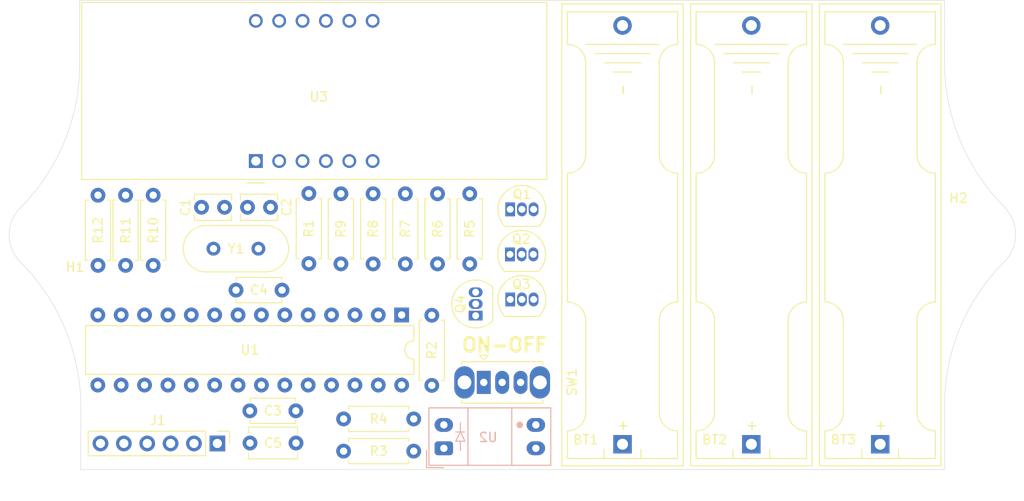
<source format=kicad_pcb>
(kicad_pcb (version 20240108) (generator "pcbnew") (generator_version "8.0")
  (layers (0 "F.Cu" signal) (31 "B.Cu" signal) (34 "B.Paste" user) (35 "F.Paste" user) (36 "B.SilkS" user "B.Silkscreen") (37 "F.SilkS" user "F.Silkscreen") (38 "B.Mask" user) (39 "F.Mask" user) (44 "Edge.Cuts" user))
  (net 0 "")
  (net 1 "GND")
  (net 2 "/XTALO")
  (net 3 "/XTALI")
  (net 4 "+5V")
  (net 5 "/RST")
  (net 6 "/MOSI")
  (net 7 "/SCK")
  (net 8 "/MISO")
  (net 9 "/DG4")
  (net 10 "/CC4")
  (net 11 "/DG3")
  (net 12 "/CC3")
  (net 13 "/DG2")
  (net 14 "/CC2")
  (net 15 "/CC1")
  (net 16 "/DG1")
  (net 17 "Net-(R3-Pad2)")
  (net 18 "/DET")
  (net 19 "Net-(U3-a)")
  (net 20 "/A")
  (net 21 "Net-(U3-b)")
  (net 22 "/B")
  (net 23 "Net-(U3-c)")
  (net 24 "/C")
  (net 25 "Net-(U3-d)")
  (net 26 "/D")
  (net 27 "/E")
  (net 28 "Net-(U3-e)")
  (net 29 "/F")
  (net 30 "Net-(U3-f)")
  (net 31 "/G")
  (net 32 "Net-(U3-g)")
  (net 33 "Net-(U3-DPX)")
  (net 34 "/DP")
  (net 35 "Net-(BT1-+)")
  (net 42 "Net-(BT2--)")
  (net 43 "Net-(BT1--)")
  (footprint "Resistor_THT:R_Axial_DIN0207_L6.3mm_D2.5mm_P7.62mm_Horizontal" (layer "F.Cu") (at 68.913006 63.122276 90)
    (property "Reference" "R1" (at 3.81 0 90) (layer "F.SilkS"))
    (property "Value" "1M")
    (fp_line (start 7.08 -1.37) (end 7.08 -1.04) (stroke (width 0.12)) (layer "F.SilkS"))
    (fp_line (start 0.54 -1.37) (end 7.08 -1.37) (stroke (width 0.12)) (layer "F.SilkS"))
    (fp_line (start 0.54 -1.04) (end 0.54 -1.37) (stroke (width 0.12)) (layer "F.SilkS"))
    (fp_line (start 0.54 1.04) (end 0.54 1.37) (stroke (width 0.12)) (layer "F.SilkS"))
    (fp_line (start 7.08 1.37) (end 7.08 1.04) (stroke (width 0.12)) (layer "F.SilkS"))
    (fp_line (start 0.54 1.37) (end 7.08 1.37) (stroke (width 0.12)) (layer "F.SilkS"))
    (pad "1" thru_hole circle (at 0 0 90) (size 1.6 1.6) (drill 0.8) (layers "*.Cu" "*.Mask") (net 3 "/XTALI"))
    (pad "2" thru_hole oval (at 7.62 0 90) (size 1.6 1.6) (drill 0.8) (layers "*.Cu" "*.Mask") (net 2 "/XTALO"))
  )
  (footprint "MountingHole:MountingHole_3.2mm_M3" (layer "F.Cu") (at 40.5 60)
    (property "Reference" "H1" (at 3 3.5 0) (layer "F.SilkS"))
    (property "Value" "MountingHole")
    (pad "" np_thru_hole circle (at 0 0) (size 3.2 3.2) (drill 3.2) (layers "*.Cu" "*.Mask"))
  )
  (footprint "Display_7Segment:CA56-12EWA" (layer "F.Cu") (at 63.15 51.9775 90)
    (property "Reference" "U3" (at 6.9775 6.85 180) (layer "F.SilkS"))
    (property "Value" "CC56-12EWA")
    (fp_line (start -2 -18.92) (end 17.24 -18.92) (stroke (width 0.12)) (layer "F.SilkS"))
    (fp_line (start -2 -18.92) (end -2 31.62) (stroke (width 0.12)) (layer "F.SilkS"))
    (fp_line (start -2.38 -1) (end -2.38 1) (stroke (width 0.12)) (layer "F.SilkS"))
    (fp_line (start 17.239999 31.62) (end 17.24 -18.92) (stroke (width 0.12)) (layer "F.SilkS"))
    (fp_line (start -2 31.62) (end 17.239999 31.62) (stroke (width 0.12)) (layer "F.SilkS"))
    (pad "1" thru_hole rect (at 0 0 90) (size 1.5 1.5) (drill 1) (layers "*.Cu" "*.Mask") (net 28 "Net-(U3-e)"))
    (pad "2" thru_hole circle (at 0 2.54 90) (size 1.5 1.5) (drill 1) (layers "*.Cu" "*.Mask") (net 25 "Net-(U3-d)"))
    (pad "3" thru_hole circle (at 0 5.079999 90) (size 1.5 1.5) (drill 1) (layers "*.Cu" "*.Mask") (net 33 "Net-(U3-DPX)"))
    (pad "4" thru_hole circle (at 0 7.62 90) (size 1.5 1.5) (drill 1) (layers "*.Cu" "*.Mask") (net 23 "Net-(U3-c)"))
    (pad "5" thru_hole circle (at 0 10.16 90) (size 1.5 1.5) (drill 1) (layers "*.Cu" "*.Mask") (net 32 "Net-(U3-g)"))
    (pad "6" thru_hole circle (at 0 12.7 90) (size 1.5 1.5) (drill 1) (layers "*.Cu" "*.Mask") (net 10 "/CC4"))
    (pad "7" thru_hole circle (at 15.24 12.7 90) (size 1.5 1.5) (drill 1) (layers "*.Cu" "*.Mask") (net 21 "Net-(U3-b)"))
    (pad "8" thru_hole circle (at 15.24 10.16 90) (size 1.5 1.5) (drill 1) (layers "*.Cu" "*.Mask") (net 12 "/CC3"))
    (pad "9" thru_hole circle (at 15.24 7.62 90) (size 1.5 1.5) (drill 1) (layers "*.Cu" "*.Mask") (net 14 "/CC2"))
    (pad "10" thru_hole circle (at 15.24 5.08 90) (size 1.5 1.5) (drill 1) (layers "*.Cu" "*.Mask") (net 30 "Net-(U3-f)"))
    (pad "11" thru_hole circle (at 15.24 2.54 90) (size 1.5 1.5) (drill 1) (layers "*.Cu" "*.Mask") (net 19 "Net-(U3-a)"))
    (pad "12" thru_hole circle (at 15.24 0 90) (size 1.5 1.5) (drill 1) (layers "*.Cu" "*.Mask") (net 15 "/CC1"))
  )
  (footprint "Package_DIP:DIP-28_W7.62mm" (layer "F.Cu") (at 79 68.7 -90)
    (property "Reference" "U1" (at 3.8 16.5 360) (layer "F.SilkS"))
    (property "Value" "ATmega328P-P")
    (fp_line (start 1.16 34.35) (end 6.46 34.35) (stroke (width 0.12)) (layer "F.SilkS"))
    (fp_line (start 6.46 34.35) (end 6.46 -1.33) (stroke (width 0.12)) (layer "F.SilkS"))
    (fp_line (start 1.16 -1.33) (end 1.16 34.35) (stroke (width 0.12)) (layer "F.SilkS"))
    (fp_line (start 2.81 -1.33) (end 1.16 -1.33) (stroke (width 0.12)) (layer "F.SilkS"))
    (fp_line (start 6.46 -1.33) (end 4.810001 -1.33) (stroke (width 0.12)) (layer "F.SilkS"))
    (fp_arc (start 4.810001 -1.33) (mid 3.81 -0.329999) (end 2.81 -1.33) (stroke (width 0.12)) (layer "F.SilkS"))
    (pad "1" thru_hole rect (at 0 0 270) (size 1.6 1.6) (drill 0.8) (layers "*.Cu" "*.Mask") (net 5 "/RST"))
    (pad "2" thru_hole oval (at 0 2.54 270) (size 1.6 1.6) (drill 0.8) (layers "*.Cu" "*.Mask") (net 20 "/A"))
    (pad "3" thru_hole oval (at 0 5.079999 270) (size 1.6 1.6) (drill 0.8) (layers "*.Cu" "*.Mask") (net 22 "/B"))
    (pad "4" thru_hole oval (at 0 7.62 270) (size 1.6 1.6) (drill 0.8) (layers "*.Cu" "*.Mask") (net 24 "/C"))
    (pad "5" thru_hole oval (at 0 10.16 270) (size 1.6 1.6) (drill 0.8) (layers "*.Cu" "*.Mask") (net 26 "/D"))
    (pad "6" thru_hole oval (at 0 12.7 270) (size 1.6 1.6) (drill 0.8) (layers "*.Cu" "*.Mask") (net 27 "/E"))
    (pad "7" thru_hole oval (at 0 15.24 270) (size 1.6 1.6) (drill 0.8) (layers "*.Cu" "*.Mask") (net 4 "+5V"))
    (pad "8" thru_hole oval (at 0 17.780001 270) (size 1.6 1.6) (drill 0.8) (layers "*.Cu" "*.Mask") (net 1 "GND"))
    (pad "9" thru_hole oval (at 0 20.32 270) (size 1.6 1.6) (drill 0.8) (layers "*.Cu" "*.Mask") (net 3 "/XTALI"))
    (pad "10" thru_hole oval (at 0 22.86 270) (size 1.6 1.6) (drill 0.8) (layers "*.Cu" "*.Mask") (net 2 "/XTALO"))
    (pad "11" thru_hole oval (at 0 25.4 270) (size 1.6 1.6) (drill 0.8) (layers "*.Cu" "*.Mask") (net 29 "/F"))
    (pad "12" thru_hole oval (at 0 27.939999 270) (size 1.6 1.6) (drill 0.8) (layers "*.Cu" "*.Mask") (net 31 "/G"))
    (pad "13" thru_hole oval (at 0 30.48 270) (size 1.6 1.6) (drill 0.8) (layers "*.Cu" "*.Mask") (net 34 "/DP"))
    (pad "14" thru_hole oval (at 0 33.02 270) (size 1.6 1.6) (drill 0.8) (layers "*.Cu" "*.Mask") (net 18 "/DET"))
    (pad "15" thru_hole oval (at 7.62 33.02 270) (size 1.6 1.6) (drill 0.8) (layers "*.Cu" "*.Mask"))
    (pad "16" thru_hole oval (at 7.62 30.48 270) (size 1.6 1.6) (drill 0.8) (layers "*.Cu" "*.Mask"))
    (pad "17" thru_hole oval (at 7.62 27.94 270) (size 1.6 1.6) (drill 0.8) (layers "*.Cu" "*.Mask") (net 6 "/MOSI"))
    (pad "18" thru_hole oval (at 7.62 25.4 270) (size 1.6 1.6) (drill 0.8) (layers "*.Cu" "*.Mask") (net 8 "/MISO"))
    (pad "19" thru_hole oval (at 7.62 22.86 270) (size 1.6 1.6) (drill 0.8) (layers "*.Cu" "*.Mask") (net 7 "/SCK"))
    (pad "20" thru_hole oval (at 7.62 20.32 270) (size 1.6 1.6) (drill 0.8) (layers "*.Cu" "*.Mask") (net 4 "+5V"))
    (pad "21" thru_hole oval (at 7.62 17.78 270) (size 1.6 1.6) (drill 0.8) (layers "*.Cu" "*.Mask"))
    (pad "22" thru_hole oval (at 7.62 15.24 270) (size 1.6 1.6) (drill 0.8) (layers "*.Cu" "*.Mask") (net 1 "GND"))
    (pad "23" thru_hole oval (at 7.62 12.7 270) (size 1.6 1.6) (drill 0.8) (layers "*.Cu" "*.Mask") (net 16 "/DG1"))
    (pad "24" thru_hole oval (at 7.62 10.16 270) (size 1.6 1.6) (drill 0.8) (layers "*.Cu" "*.Mask") (net 13 "/DG2"))
    (pad "25" thru_hole oval (at 7.62 7.62 270) (size 1.6 1.6) (drill 0.8) (layers "*.Cu" "*.Mask") (net 11 "/DG3"))
    (pad "26" thru_hole oval (at 7.62 5.08 270) (size 1.6 1.6) (drill 0.8) (layers "*.Cu" "*.Mask") (net 9 "/DG4"))
    (pad "27" thru_hole oval (at 7.62 2.54 270) (size 1.6 1.6) (drill 0.8) (layers "*.Cu" "*.Mask"))
    (pad "28" thru_hole oval (at 7.62 0 270) (size 1.6 1.6) (drill 0.8) (layers "*.Cu" "*.Mask"))
  )
  (footprint "Capacitor_THT:C_Disc_D5.1mm_W3.2mm_P5.00mm" (layer "F.Cu") (at 62.517849 82.618966)
    (property "Reference" "C5" (at 2.5 0 360) (layer "F.SilkS"))
    (property "Value" "10u")
    (fp_line (start -0.17 -1.721) (end -0.17 -1.055) (stroke (width 0.12)) (layer "F.SilkS"))
    (fp_line (start -0.17 -1.721) (end 5.17 -1.721) (stroke (width 0.12)) (layer "F.SilkS"))
    (fp_line (start -0.17 1.055) (end -0.17 1.721) (stroke (width 0.12)) (layer "F.SilkS"))
    (fp_line (start -0.17 1.721) (end 5.17 1.721) (stroke (width 0.12)) (layer "F.SilkS"))
    (fp_line (start 5.17 -1.721) (end 5.17 -1.055) (stroke (width 0.12)) (layer "F.SilkS"))
    (fp_line (start 5.17 1.055) (end 5.17 1.721) (stroke (width 0.12)) (layer "F.SilkS"))
    (pad "1" thru_hole circle (at 0 0) (size 1.6 1.6) (drill 0.8) (layers "*.Cu" "*.Mask") (net 4 "+5V"))
    (pad "2" thru_hole circle (at 5 0) (size 1.6 1.6) (drill 0.8) (layers "*.Cu" "*.Mask") (net 1 "GND"))
  )
  (footprint "Capacitor_THT:C_Disc_D3.8mm_W2.6mm_P2.50mm" (layer "F.Cu") (at 62.250001 57)
    (property "Reference" "C2" (at 4.249999 0 90) (layer "F.SilkS"))
    (property "Value" "33p")
    (fp_line (start -0.77 -1.42) (end -0.77 -0.795) (stroke (width 0.12)) (layer "F.SilkS"))
    (fp_line (start -0.77 -1.42) (end 3.27 -1.42) (stroke (width 0.12)) (layer "F.SilkS"))
    (fp_line (start -0.77 0.795) (end -0.77 1.42) (stroke (width 0.12)) (layer "F.SilkS"))
    (fp_line (start -0.77 1.42) (end 3.27 1.42) (stroke (width 0.12)) (layer "F.SilkS"))
    (fp_line (start 3.27 -1.42) (end 3.27 -0.795) (stroke (width 0.12)) (layer "F.SilkS"))
    (fp_line (start 3.27 0.795) (end 3.27 1.42) (stroke (width 0.12)) (layer "F.SilkS"))
    (pad "1" thru_hole circle (at 0 0) (size 1.6 1.6) (drill 0.8) (layers "*.Cu" "*.Mask") (net 1 "GND"))
    (pad "2" thru_hole circle (at 2.5 0) (size 1.6 1.6) (drill 0.8) (layers "*.Cu" "*.Mask") (net 3 "/XTALI"))
  )
  (footprint "Resistor_THT:R_Axial_DIN0207_L6.3mm_D2.5mm_P7.62mm_Horizontal" (layer "F.Cu") (at 82.274809 76.355304 90)
    (property "Reference" "R2" (at 3.81 0 90) (layer "F.SilkS"))
    (property "Value" "10k")
    (fp_line (start 7.08 -1.37) (end 7.08 -1.04) (stroke (width 0.12)) (layer "F.SilkS"))
    (fp_line (start 0.54 -1.37) (end 7.08 -1.37) (stroke (width 0.12)) (layer "F.SilkS"))
    (fp_line (start 0.54 -1.04) (end 0.54 -1.37) (stroke (width 0.12)) (layer "F.SilkS"))
    (fp_line (start 0.54 1.04) (end 0.54 1.37) (stroke (width 0.12)) (layer "F.SilkS"))
    (fp_line (start 7.08 1.37) (end 7.08 1.04) (stroke (width 0.12)) (layer "F.SilkS"))
    (fp_line (start 0.54 1.37) (end 7.08 1.37) (stroke (width 0.12)) (layer "F.SilkS"))
    (pad "1" thru_hole circle (at 0 0 90) (size 1.6 1.6) (drill 0.8) (layers "*.Cu" "*.Mask") (net 4 "+5V"))
    (pad "2" thru_hole oval (at 7.62 0 90) (size 1.6 1.6) (drill 0.8) (layers "*.Cu" "*.Mask") (net 5 "/RST"))
  )
  (footprint "User_Footprints:BH-AAA-A1AJ001" (layer "F.Cu") (at 117 82.25 90)
    (property "Reference" "BT2" (at 0.000001 -4 0) (layer "F.SilkS"))
    (property "Value" "Battery_Cell")
    (fp_line (start 47.35 -6.6) (end -2.85 -6.6) (stroke (width 0.12)) (layer "F.SilkS"))
    (fp_line (start -2.85 -6.6) (end -2.85 6.6) (stroke (width 0.12)) (layer "F.SilkS"))
    (fp_line (start 46.5 -6) (end 42.95 -6) (stroke (width 0.12)) (layer "F.SilkS"))
    (fp_line (start 46.5 -6) (end 46.5 6) (stroke (width 0.12)) (layer "F.SilkS"))
    (fp_line (start 28.95 -6) (end 14.95 -6) (stroke (width 0.12)) (layer "F.SilkS"))
    (fp_line (start -2.05 -6) (end 0.95 -6) (stroke (width 0.12)) (layer "F.SilkS"))
    (fp_line (start -2.05 -6) (end -2.05 6) (stroke (width 0.12)) (layer "F.SilkS"))
    (fp_line (start 42.95 -4) (end 42.95 4) (stroke (width 0.12)) (layer "F.SilkS"))
    (fp_line (start 40.95 -4) (end 30.95 -4) (stroke (width 0.12)) (layer "F.SilkS"))
    (fp_line (start 2.95 -4) (end 12.95 -4) (stroke (width 0.12)) (layer "F.SilkS"))
    (fp_line (start 40.95 -2) (end 40.95 2) (stroke (width 0.12)) (layer "F.SilkS"))
    (fp_line (start -2.049999 -2) (end -1.050001 -2) (stroke (width 0.12)) (layer "F.SilkS"))
    (fp_line (start 39.95 -1) (end 39.95 1) (stroke (width 0.12)) (layer "F.SilkS"))
    (fp_line (start -1.050001 2) (end -2.049999 2) (stroke (width 0.12)) (layer "F.SilkS"))
    (fp_line (start 41.95 3) (end 41.95 -3) (stroke (width 0.12)) (layer "F.SilkS"))
    (fp_line (start 40.95 4) (end 30.95 4) (stroke (width 0.12)) (layer "F.SilkS"))
    (fp_line (start 2.95 4) (end 12.95 4) (stroke (width 0.12)) (layer "F.SilkS"))
    (fp_line (start 46.5 6) (end 42.95 6) (stroke (width 0.12)) (layer "F.SilkS"))
    (fp_line (start 14.95 6) (end 28.95 6) (stroke (width 0.12)) (layer "F.SilkS"))
    (fp_line (start -2.05 6) (end 0.95 6) (stroke (width 0.12)) (layer "F.SilkS"))
    (fp_line (start 47.35 6.6) (end 47.35 -6.6) (stroke (width 0.12)) (layer "F.SilkS"))
    (fp_line (start -2.85 6.6) (end 47.35 6.6) (stroke (width 0.12)) (layer "F.SilkS"))
    (fp_arc (start 42.95 -6) (mid 42.364214 -4.585786) (end 40.95 -4) (stroke (width 0.12)) (layer "F.SilkS"))
    (fp_arc (start 14.95 -6) (mid 14.364214 -4.585786) (end 12.95 -4) (stroke (width 0.12)) (layer "F.SilkS"))
    (fp_arc (start 30.95 -4) (mid 29.535786 -4.585786) (end 28.95 -6) (stroke (width 0.12)) (layer "F.SilkS"))
    (fp_arc (start 2.95 -4) (mid 1.535786 -4.585786) (end 0.95 -6) (stroke (width 0.12)) (layer "F.SilkS"))
    (fp_arc (start 40.95 4) (mid 42.364214 4.585786) (end 42.95 6) (stroke (width 0.12)) (layer "F.SilkS"))
    (fp_arc (start 12.95 4) (mid 14.364214 4.585786) (end 14.95 6) (stroke (width 0.12)) (layer "F.SilkS"))
    (fp_arc (start 28.95 6) (mid 29.535786 4.585786) (end 30.95 4) (stroke (width 0.12)) (layer "F.SilkS"))
    (fp_arc (start 0.95 6) (mid 1.535786 4.585786) (end 2.95 4) (stroke (width 0.12)) (layer "F.SilkS"))
    (fp_text user "+" (at 1.500001 0 90) (layer "F.SilkS"))
    (fp_text user "-" (at 38 0 90) (layer "F.SilkS"))
    (pad "1" thru_hole rect (at -0.499999 0 90) (size 2 2) (drill 1.2) (layers "*.Cu" "*.Mask") (net 43 "Net-(BT1--)"))
    (pad "2" thru_hole circle (at 45 0 90) (size 2 2) (drill 1.2) (layers "*.Cu" "*.Mask") (net 42 "Net-(BT2--)"))
  )
  (footprint "Resistor_THT:R_Axial_DIN0207_L6.3mm_D2.5mm_P7.62mm_Horizontal" (layer "F.Cu") (at 86.398274 63.150524 90)
    (property "Reference" "R5" (at 3.81 0 -90) (layer "F.SilkS"))
    (property "Value" "220")
    (fp_line (start 7.08 -1.37) (end 7.08 -1.04) (stroke (width 0.12)) (layer "F.SilkS"))
    (fp_line (start 0.54 -1.37) (end 7.08 -1.37) (stroke (width 0.12)) (layer "F.SilkS"))
    (fp_line (start 0.54 -1.04) (end 0.54 -1.37) (stroke (width 0.12)) (layer "F.SilkS"))
    (fp_line (start 0.54 1.04) (end 0.54 1.37) (stroke (width 0.12)) (layer "F.SilkS"))
    (fp_line (start 7.08 1.37) (end 7.08 1.04) (stroke (width 0.12)) (layer "F.SilkS"))
    (fp_line (start 0.54 1.37) (end 7.08 1.37) (stroke (width 0.12)) (layer "F.SilkS"))
    (pad "1" thru_hole circle (at 0 0 90) (size 1.6 1.6) (drill 0.8) (layers "*.Cu" "*.Mask") (net 20 "/A"))
    (pad "2" thru_hole oval (at 7.62 0 90) (size 1.6 1.6) (drill 0.8) (layers "*.Cu" "*.Mask") (net 19 "Net-(U3-a)"))
  )
  (footprint "Resistor_THT:R_Axial_DIN0207_L6.3mm_D2.5mm_P7.62mm_Horizontal" (layer "F.Cu") (at 72.69 80)
    (property "Reference" "R4" (at 3.81 0 360) (layer "F.SilkS"))
    (property "Value" "10k")
    (fp_line (start 0.54 -1.37) (end 7.08 -1.37) (stroke (width 0.12)) (layer "F.SilkS"))
    (fp_line (start 0.54 -1.04) (end 0.54 -1.37) (stroke (width 0.12)) (layer "F.SilkS"))
    (fp_line (start 0.54 1.04) (end 0.54 1.37) (stroke (width 0.12)) (layer "F.SilkS"))
    (fp_line (start 0.54 1.37) (end 7.08 1.37) (stroke (width 0.12)) (layer "F.SilkS"))
    (fp_line (start 7.08 -1.37) (end 7.08 -1.04) (stroke (width 0.12)) (layer "F.SilkS"))
    (fp_line (start 7.08 1.37) (end 7.08 1.04) (stroke (width 0.12)) (layer "F.SilkS"))
    (pad "1" thru_hole circle (at 0 0) (size 1.6 1.6) (drill 0.8) (layers "*.Cu" "*.Mask") (net 4 "+5V"))
    (pad "2" thru_hole oval (at 7.62 0) (size 1.6 1.6) (drill 0.8) (layers "*.Cu" "*.Mask") (net 18 "/DET"))
  )
  (footprint "Package_TO_SOT_THT:TO-92_Inline" (layer "F.Cu") (at 90.795713 57.222815)
    (property "Reference" "Q1" (at 1.270001 -1.63667 360) (layer "F.SilkS"))
    (property "Value" "2N7000")
    (fp_line (start -0.53 1.85) (end 3.07 1.85) (stroke (width 0.12)) (layer "F.SilkS"))
    (fp_arc (start -0.568478 1.838478) (mid -1.132087 -0.994977) (end 1.27 -2.6) (stroke (width 0.12)) (layer "F.SilkS"))
    (fp_arc (start 1.27 -2.6) (mid 3.672088 -0.994977) (end 3.108478 1.838478) (stroke (width 0.12)) (layer "F.SilkS"))
    (pad "1" thru_hole rect (at 0 0) (size 1.05 1.5) (drill 0.75) (layers "*.Cu" "*.Mask") (net 1 "GND"))
    (pad "2" thru_hole oval (at 1.270001 0) (size 1.05 1.5) (drill 0.75) (layers "*.Cu" "*.Mask") (net 9 "/DG4"))
    (pad "3" thru_hole oval (at 2.54 0) (size 1.05 1.5) (drill 0.75) (layers "*.Cu" "*.Mask") (net 10 "/CC4"))
  )
  (footprint "Package_TO_SOT_THT:TO-92_Inline" (layer "F.Cu") (at 87.042759 68.77607 90)
    (property "Reference" "Q4" (at 1.255429 -1.665613 90) (layer "F.SilkS"))
    (property "Value" "2N7000")
    (fp_line (start -0.53 1.85) (end 3.07 1.85) (stroke (width 0.12)) (layer "F.SilkS"))
    (fp_arc (start 1.27 -2.6) (mid 3.672088 -0.994977) (end 3.108478 1.838478) (stroke (width 0.12)) (layer "F.SilkS"))
    (fp_arc (start -0.568478 1.838478) (mid -1.132087 -0.994977) (end 1.27 -2.6) (stroke (width 0.12)) (layer "F.SilkS"))
    (pad "1" thru_hole rect (at 0 0 90) (size 1.05 1.5) (drill 0.75) (layers "*.Cu" "*.Mask") (net 1 "GND"))
    (pad "2" thru_hole oval (at 1.270001 0 90) (size 1.05 1.5) (drill 0.75) (layers "*.Cu" "*.Mask") (net 16 "/DG1"))
    (pad "3" thru_hole oval (at 2.54 0 90) (size 1.05 1.5) (drill 0.75) (layers "*.Cu" "*.Mask") (net 15 "/CC1"))
  )
  (footprint "User_Footprints:BH-AAA-A1AJ001" (layer "F.Cu") (at 131 82.25 90)
    (property "Reference" "BT3" (at 0.000001 -4 0) (layer "F.SilkS"))
    (property "Value" "Battery_Cell")
    (fp_line (start 47.35 -6.6) (end -2.85 -6.6) (stroke (width 0.12)) (layer "F.SilkS"))
    (fp_line (start -2.85 -6.6) (end -2.85 6.6) (stroke (width 0.12)) (layer "F.SilkS"))
    (fp_line (start 46.5 -6) (end 42.95 -6) (stroke (width 0.12)) (layer "F.SilkS"))
    (fp_line (start 46.5 -6) (end 46.5 6) (stroke (width 0.12)) (layer "F.SilkS"))
    (fp_line (start 28.95 -6) (end 14.95 -6) (stroke (width 0.12)) (layer "F.SilkS"))
    (fp_line (start -2.05 -6) (end 0.95 -6) (stroke (width 0.12)) (layer "F.SilkS"))
    (fp_line (start -2.05 -6) (end -2.05 6) (stroke (width 0.12)) (layer "F.SilkS"))
    (fp_line (start 42.95 -4) (end 42.95 4) (stroke (width 0.12)) (layer "F.SilkS"))
    (fp_line (start 40.95 -4) (end 30.95 -4) (stroke (width 0.12)) (layer "F.SilkS"))
    (fp_line (start 2.95 -4) (end 12.95 -4) (stroke (width 0.12)) (layer "F.SilkS"))
    (fp_line (start 40.95 -2) (end 40.95 2) (stroke (width 0.12)) (layer "F.SilkS"))
    (fp_line (start -2.049999 -2) (end -1.050001 -2) (stroke (width 0.12)) (layer "F.SilkS"))
    (fp_line (start 39.95 -1) (end 39.95 1) (stroke (width 0.12)) (layer "F.SilkS"))
    (fp_line (start -1.050001 2) (end -2.049999 2) (stroke (width 0.12)) (layer "F.SilkS"))
    (fp_line (start 41.95 3) (end 41.95 -3) (stroke (width 0.12)) (layer "F.SilkS"))
    (fp_line (start 40.95 4) (end 30.95 4) (stroke (width 0.12)) (layer "F.SilkS"))
    (fp_line (start 2.95 4) (end 12.95 4) (stroke (width 0.12)) (layer "F.SilkS"))
    (fp_line (start 46.5 6) (end 42.95 6) (stroke (width 0.12)) (layer "F.SilkS"))
    (fp_line (start 14.95 6) (end 28.95 6) (stroke (width 0.12)) (layer "F.SilkS"))
    (fp_line (start -2.05 6) (end 0.95 6) (stroke (width 0.12)) (layer "F.SilkS"))
    (fp_line (start 47.35 6.6) (end 47.35 -6.6) (stroke (width 0.12)) (layer "F.SilkS"))
    (fp_line (start -2.85 6.6) (end 47.35 6.6) (stroke (width 0.12)) (layer "F.SilkS"))
    (fp_arc (start 42.95 -6) (mid 42.364214 -4.585786) (end 40.95 -4) (stroke (width 0.12)) (layer "F.SilkS"))
    (fp_arc (start 14.95 -6) (mid 14.364214 -4.585786) (end 12.95 -4) (stroke (width 0.12)) (layer "F.SilkS"))
    (fp_arc (start 30.95 -4) (mid 29.535786 -4.585786) (end 28.95 -6) (stroke (width 0.12)) (layer "F.SilkS"))
    (fp_arc (start 2.95 -4) (mid 1.535786 -4.585786) (end 0.95 -6) (stroke (width 0.12)) (layer "F.SilkS"))
    (fp_arc (start 40.95 4) (mid 42.364214 4.585786) (end 42.95 6) (stroke (width 0.12)) (layer "F.SilkS"))
    (fp_arc (start 12.95 4) (mid 14.364214 4.585786) (end 14.95 6) (stroke (width 0.12)) (layer "F.SilkS"))
    (fp_arc (start 28.95 6) (mid 29.535786 4.585786) (end 30.95 4) (stroke (width 0.12)) (layer "F.SilkS"))
    (fp_arc (start 0.95 6) (mid 1.535786 4.585786) (end 2.95 4) (stroke (width 0.12)) (layer "F.SilkS"))
    (fp_text user "+" (at 1.500001 0 90) (layer "F.SilkS"))
    (fp_text user "-" (at 38 0 90) (layer "F.SilkS"))
    (pad "1" thru_hole rect (at -0.499999 0 90) (size 2 2) (drill 1.2) (layers "*.Cu" "*.Mask") (net 42 "Net-(BT2--)"))
    (pad "2" thru_hole circle (at 45 0 90) (size 2 2) (drill 1.2) (layers "*.Cu" "*.Mask") (net 1 "GND"))
  )
  (footprint "Resistor_THT:R_Axial_DIN0207_L6.3mm_D2.5mm_P7.62mm_Horizontal" (layer "F.Cu") (at 82.898274 63.150524 90)
    (property "Reference" "R6" (at 3.81 0 -90) (layer "F.SilkS"))
    (property "Value" "220")
    (fp_line (start 7.08 -1.37) (end 7.08 -1.04) (stroke (width 0.12)) (layer "F.SilkS"))
    (fp_line (start 0.54 -1.37) (end 7.08 -1.37) (stroke (width 0.12)) (layer "F.SilkS"))
    (fp_line (start 0.54 -1.04) (end 0.54 -1.37) (stroke (width 0.12)) (layer "F.SilkS"))
    (fp_line (start 0.54 1.04) (end 0.54 1.37) (stroke (width 0.12)) (layer "F.SilkS"))
    (fp_line (start 7.08 1.37) (end 7.08 1.04) (stroke (width 0.12)) (layer "F.SilkS"))
    (fp_line (start 0.54 1.37) (end 7.08 1.37) (stroke (width 0.12)) (layer "F.SilkS"))
    (pad "1" thru_hole circle (at 0 0 90) (size 1.6 1.6) (drill 0.8) (layers "*.Cu" "*.Mask") (net 22 "/B"))
    (pad "2" thru_hole oval (at 7.62 0 90) (size 1.6 1.6) (drill 0.8) (layers "*.Cu" "*.Mask") (net 21 "Net-(U3-b)"))
  )
  (footprint "Package_TO_SOT_THT:TO-92_Inline" (layer "F.Cu") (at 90.797979 67.01372)
    (property "Reference" "Q3" (at 1.221951 -1.639227 360) (layer "F.SilkS"))
    (property "Value" "2N7000")
    (fp_line (start -0.53 1.85) (end 3.07 1.85) (stroke (width 0.12)) (layer "F.SilkS"))
    (fp_arc (start -0.568478 1.838478) (mid -1.132087 -0.994977) (end 1.27 -2.6) (stroke (width 0.12)) (layer "F.SilkS"))
    (fp_arc (start 1.27 -2.6) (mid 3.672088 -0.994977) (end 3.108478 1.838478) (stroke (width 0.12)) (layer "F.SilkS"))
    (pad "1" thru_hole rect (at 0 0) (size 1.05 1.5) (drill 0.75) (layers "*.Cu" "*.Mask") (net 1 "GND"))
    (pad "2" thru_hole oval (at 1.270001 0) (size 1.05 1.5) (drill 0.75) (layers "*.Cu" "*.Mask") (net 13 "/DG2"))
    (pad "3" thru_hole oval (at 2.54 0) (size 1.05 1.5) (drill 0.75) (layers "*.Cu" "*.Mask") (net 14 "/CC2"))
  )
  (footprint "Capacitor_THT:C_Disc_D4.7mm_W2.5mm_P5.00mm" (layer "F.Cu") (at 66 66 180)
    (property "Reference" "C4" (at 2.5 0 360) (layer "F.SilkS"))
    (property "Value" "100n")
    (fp_line (start 4.97 1.055) (end 4.97 1.37) (stroke (width 0.12)) (layer "F.SilkS"))
    (fp_line (start 4.97 -1.37) (end 4.97 -1.055) (stroke (width 0.12)) (layer "F.SilkS"))
    (fp_line (start 0.03 1.37) (end 4.97 1.37) (stroke (width 0.12)) (layer "F.SilkS"))
    (fp_line (start 0.03 1.055) (end 0.03 1.37) (stroke (width 0.12)) (layer "F.SilkS"))
    (fp_line (start 0.03 -1.37) (end 4.97 -1.37) (stroke (width 0.12)) (layer "F.SilkS"))
    (fp_line (start 0.03 -1.37) (end 0.03 -1.055) (stroke (width 0.12)) (layer "F.SilkS"))
    (pad "1" thru_hole circle (at 0 0 180) (size 1.6 1.6) (drill 0.8) (layers "*.Cu" "*.Mask") (net 4 "+5V"))
    (pad "2" thru_hole circle (at 5 0 180) (size 1.6 1.6) (drill 0.8) (layers "*.Cu" "*.Mask") (net 1 "GND"))
  )
  (footprint "Button_Switch_THT:SW_Slide_SPDT_Straight_CK_OS102011MS2Q" (layer "F.Cu") (at 87.923793 76.029457)
    (property "Reference" "SW1" (at 9.576207 -0.029457 -90) (layer "F.SilkS"))
    (property "Value" "SW_SPDT")
    (fp_line (start -2.41 -2.26) (end 6.41 -2.26) (stroke (width 0.12)) (layer "F.SilkS"))
    (fp_line (start -2.41 -1.95) (end -2.41 -2.26) (stroke (width 0.12)) (layer "F.SilkS"))
    (fp_line (start -2.41 2.26) (end -2.41 1.95) (stroke (width 0.12)) (layer "F.SilkS"))
    (fp_line (start -0.499999 -2.96) (end 0 -2.46) (stroke (width 0.12)) (layer "F.SilkS"))
    (fp_line (start 0 -2.46) (end 0.499999 -2.96) (stroke (width 0.12)) (layer "F.SilkS"))
    (fp_line (start 0.499999 -2.96) (end -0.499999 -2.96) (stroke (width 0.12)) (layer "F.SilkS"))
    (fp_line (start 6.41 -2.26) (end 6.41 -1.95) (stroke (width 0.12)) (layer "F.SilkS"))
    (fp_line (start 6.41 2.26) (end -2.41 2.26) (stroke (width 0.12)) (layer "F.SilkS"))
    (fp_line (start 6.41 2.26) (end 6.41 1.95) (stroke (width 0.12)) (layer "F.SilkS"))
    (pad "" thru_hole oval (at -2.1 0) (size 2.2 3.5) (drill 1.5) (layers "*.Cu" "*.Mask"))
    (pad "" thru_hole oval (at 6.099999 0) (size 2.2 3.5) (drill 1.5) (layers "*.Cu" "*.Mask"))
    (pad "1" thru_hole rect (at 0 0) (size 1.5 2.5) (drill 0.8) (layers "*.Cu" "*.Mask") (net 4 "+5V"))
    (pad "2" thru_hole oval (at 2.000001 0) (size 1.5 2.5) (drill 0.8) (layers "*.Cu" "*.Mask") (net 35 "Net-(BT1-+)"))
    (pad "3" thru_hole oval (at 4 0) (size 1.5 2.5) (drill 0.8) (layers "*.Cu" "*.Mask"))
  )
  (footprint "Resistor_THT:R_Axial_DIN0207_L6.3mm_D2.5mm_P7.62mm_Horizontal" (layer "F.Cu") (at 46 63.31 90)
    (property "Reference" "R12" (at 3.81 0 -90) (layer "F.SilkS"))
    (property "Value" "220")
    (fp_line (start 7.08 -1.37) (end 7.08 -1.04) (stroke (width 0.12)) (layer "F.SilkS"))
    (fp_line (start 0.54 -1.37) (end 7.08 -1.37) (stroke (width 0.12)) (layer "F.SilkS"))
    (fp_line (start 0.54 -1.04) (end 0.54 -1.37) (stroke (width 0.12)) (layer "F.SilkS"))
    (fp_line (start 0.54 1.04) (end 0.54 1.37) (stroke (width 0.12)) (layer "F.SilkS"))
    (fp_line (start 7.08 1.37) (end 7.08 1.04) (stroke (width 0.12)) (layer "F.SilkS"))
    (fp_line (start 0.54 1.37) (end 7.08 1.37) (stroke (width 0.12)) (layer "F.SilkS"))
    (pad "1" thru_hole circle (at 0 0 90) (size 1.6 1.6) (drill 0.8) (layers "*.Cu" "*.Mask") (net 34 "/DP"))
    (pad "2" thru_hole oval (at 7.62 0 90) (size 1.6 1.6) (drill 0.8) (layers "*.Cu" "*.Mask") (net 33 "Net-(U3-DPX)"))
  )
  (footprint "Package_TO_SOT_THT:TO-92_Inline" (layer "F.Cu") (at 90.770321 62.118267)
    (property "Reference" "Q2" (at 1.221951 -1.646318 360) (layer "F.SilkS"))
    (property "Value" "2N7000")
    (fp_line (start -0.53 1.85) (end 3.07 1.85) (stroke (width 0.12)) (layer "F.SilkS"))
    (fp_arc (start -0.568478 1.838478) (mid -1.132087 -0.994977) (end 1.27 -2.6) (stroke (width 0.12)) (layer "F.SilkS"))
    (fp_arc (start 1.27 -2.6) (mid 3.672088 -0.994977) (end 3.108478 1.838478) (stroke (width 0.12)) (layer "F.SilkS"))
    (pad "1" thru_hole rect (at 0 0) (size 1.05 1.5) (drill 0.75) (layers "*.Cu" "*.Mask") (net 1 "GND"))
    (pad "2" thru_hole oval (at 1.270001 0) (size 1.05 1.5) (drill 0.75) (layers "*.Cu" "*.Mask") (net 11 "/DG3"))
    (pad "3" thru_hole oval (at 2.54 0) (size 1.05 1.5) (drill 0.75) (layers "*.Cu" "*.Mask") (net 12 "/CC3"))
  )
  (footprint "Resistor_THT:R_Axial_DIN0207_L6.3mm_D2.5mm_P7.62mm_Horizontal" (layer "F.Cu") (at 75.898274 63.150524 90)
    (property "Reference" "R8" (at 3.81 0 -90) (layer "F.SilkS"))
    (property "Value" "220")
    (fp_line (start 7.08 -1.37) (end 7.08 -1.04) (stroke (width 0.12)) (layer "F.SilkS"))
    (fp_line (start 0.54 -1.37) (end 7.08 -1.37) (stroke (width 0.12)) (layer "F.SilkS"))
    (fp_line (start 0.54 -1.04) (end 0.54 -1.37) (stroke (width 0.12)) (layer "F.SilkS"))
    (fp_line (start 0.54 1.04) (end 0.54 1.37) (stroke (width 0.12)) (layer "F.SilkS"))
    (fp_line (start 7.08 1.37) (end 7.08 1.04) (stroke (width 0.12)) (layer "F.SilkS"))
    (fp_line (start 0.54 1.37) (end 7.08 1.37) (stroke (width 0.12)) (layer "F.SilkS"))
    (pad "1" thru_hole circle (at 0 0 90) (size 1.6 1.6) (drill 0.8) (layers "*.Cu" "*.Mask") (net 26 "/D"))
    (pad "2" thru_hole oval (at 7.62 0 90) (size 1.6 1.6) (drill 0.8) (layers "*.Cu" "*.Mask") (net 25 "Net-(U3-d)"))
  )
  (footprint "Crystal:Crystal_HC49-4H_Vertical" (layer "F.Cu") (at 58.55 61.5)
    (property "Reference" "Y1" (at 2.450001 0 360) (layer "F.SilkS"))
    (property "Value" "16MHz")
    (fp_line (start -0.76 -2.525) (end 5.64 -2.525) (stroke (width 0.12)) (layer "F.SilkS"))
    (fp_line (start -0.76 2.525) (end 5.64 2.525) (stroke (width 0.12)) (layer "F.SilkS"))
    (fp_arc (start -0.76 2.525) (mid -3.285 0) (end -0.76 -2.525) (stroke (width 0.12)) (layer "F.SilkS"))
    (fp_arc (start 5.64 -2.525) (mid 8.165 0) (end 5.64 2.525) (stroke (width 0.12)) (layer "F.SilkS"))
    (pad "1" thru_hole circle (at 0 0) (size 1.5 1.5) (drill 0.8) (layers "*.Cu" "*.Mask") (net 2 "/XTALO"))
    (pad "2" thru_hole circle (at 4.88 0) (size 1.5 1.5) (drill 0.8) (layers "*.Cu" "*.Mask") (net 3 "/XTALI"))
  )
  (footprint "Resistor_THT:R_Axial_DIN0207_L6.3mm_D2.5mm_P7.62mm_Horizontal" (layer "F.Cu") (at 52 63.31 90)
    (property "Reference" "R10" (at 3.81 0 -90) (layer "F.SilkS"))
    (property "Value" "220")
    (fp_line (start 7.08 -1.37) (end 7.08 -1.04) (stroke (width 0.12)) (layer "F.SilkS"))
    (fp_line (start 0.54 -1.37) (end 7.08 -1.37) (stroke (width 0.12)) (layer "F.SilkS"))
    (fp_line (start 0.54 -1.04) (end 0.54 -1.37) (stroke (width 0.12)) (layer "F.SilkS"))
    (fp_line (start 0.54 1.04) (end 0.54 1.37) (stroke (width 0.12)) (layer "F.SilkS"))
    (fp_line (start 7.08 1.37) (end 7.08 1.04) (stroke (width 0.12)) (layer "F.SilkS"))
    (fp_line (start 0.54 1.37) (end 7.08 1.37) (stroke (width 0.12)) (layer "F.SilkS"))
    (pad "1" thru_hole circle (at 0 0 90) (size 1.6 1.6) (drill 0.8) (layers "*.Cu" "*.Mask") (net 29 "/F"))
    (pad "2" thru_hole oval (at 7.62 0 90) (size 1.6 1.6) (drill 0.8) (layers "*.Cu" "*.Mask") (net 30 "Net-(U3-f)"))
  )
  (footprint "User_Footprints:BH-AAA-A1AJ001" (layer "F.Cu") (at 103 82.25 90)
    (property "Reference" "BT1" (at 0.000001 -4 0) (layer "F.SilkS"))
    (property "Value" "Battery_Cell")
    (fp_line (start 47.35 -6.6) (end -2.85 -6.6) (stroke (width 0.12)) (layer "F.SilkS"))
    (fp_line (start -2.85 -6.6) (end -2.85 6.6) (stroke (width 0.12)) (layer "F.SilkS"))
    (fp_line (start 46.5 -6) (end 42.95 -6) (stroke (width 0.12)) (layer "F.SilkS"))
    (fp_line (start 46.5 -6) (end 46.5 6) (stroke (width 0.12)) (layer "F.SilkS"))
    (fp_line (start 28.95 -6) (end 14.95 -6) (stroke (width 0.12)) (layer "F.SilkS"))
    (fp_line (start -2.05 -6) (end 0.95 -6) (stroke (width 0.12)) (layer "F.SilkS"))
    (fp_line (start -2.05 -6) (end -2.05 6) (stroke (width 0.12)) (layer "F.SilkS"))
    (fp_line (start 42.95 -4) (end 42.95 4) (stroke (width 0.12)) (layer "F.SilkS"))
    (fp_line (start 40.95 -4) (end 30.95 -4) (stroke (width 0.12)) (layer "F.SilkS"))
    (fp_line (start 2.95 -4) (end 12.95 -4) (stroke (width 0.12)) (layer "F.SilkS"))
    (fp_line (start 40.95 -2) (end 40.95 2) (stroke (width 0.12)) (layer "F.SilkS"))
    (fp_line (start -2.049999 -2) (end -1.050001 -2) (stroke (width 0.12)) (layer "F.SilkS"))
    (fp_line (start 39.95 -1) (end 39.95 1) (stroke (width 0.12)) (layer "F.SilkS"))
    (fp_line (start -1.050001 2) (end -2.049999 2) (stroke (width 0.12)) (layer "F.SilkS"))
    (fp_line (start 41.95 3) (end 41.95 -3) (stroke (width 0.12)) (layer "F.SilkS"))
    (fp_line (start 40.95 4) (end 30.95 4) (stroke (width 0.12)) (layer "F.SilkS"))
    (fp_line (start 2.95 4) (end 12.95 4) (stroke (width 0.12)) (layer "F.SilkS"))
    (fp_line (start 46.5 6) (end 42.95 6) (stroke (width 0.12)) (layer "F.SilkS"))
    (fp_line (start 14.95 6) (end 28.95 6) (stroke (width 0.12)) (layer "F.SilkS"))
    (fp_line (start -2.05 6) (end 0.95 6) (stroke (width 0.12)) (layer "F.SilkS"))
    (fp_line (start 47.35 6.6) (end 47.35 -6.6) (stroke (width 0.12)) (layer "F.SilkS"))
    (fp_line (start -2.85 6.6) (end 47.35 6.6) (stroke (width 0.12)) (layer "F.SilkS"))
    (fp_arc (start 42.95 -6) (mid 42.364214 -4.585786) (end 40.95 -4) (stroke (width 0.12)) (layer "F.SilkS"))
    (fp_arc (start 14.95 -6) (mid 14.364214 -4.585786) (end 12.95 -4) (stroke (width 0.12)) (layer "F.SilkS"))
    (fp_arc (start 30.95 -4) (mid 29.535786 -4.585786) (end 28.95 -6) (stroke (width 0.12)) (layer "F.SilkS"))
    (fp_arc (start 2.95 -4) (mid 1.535786 -4.585786) (end 0.95 -6) (stroke (width 0.12)) (layer "F.SilkS"))
    (fp_arc (start 40.95 4) (mid 42.364214 4.585786) (end 42.95 6) (stroke (width 0.12)) (layer "F.SilkS"))
    (fp_arc (start 12.95 4) (mid 14.364214 4.585786) (end 14.95 6) (stroke (width 0.12)) (layer "F.SilkS"))
    (fp_arc (start 28.95 6) (mid 29.535786 4.585786) (end 30.95 4) (stroke (width 0.12)) (layer "F.SilkS"))
    (fp_arc (start 0.95 6) (mid 1.535786 4.585786) (end 2.95 4) (stroke (width 0.12)) (layer "F.SilkS"))
    (fp_text user "+" (at 1.500001 0 90) (layer "F.SilkS"))
    (fp_text user "-" (at 38 0 90) (layer "F.SilkS"))
    (pad "1" thru_hole rect (at -0.499999 0 90) (size 2 2) (drill 1.2) (layers "*.Cu" "*.Mask") (net 35 "Net-(BT1-+)"))
    (pad "2" thru_hole circle (at 45 0 90) (size 2 2) (drill 1.2) (layers "*.Cu" "*.Mask") (net 43 "Net-(BT1--)"))
  )
  (footprint "Connector_PinHeader_2.54mm:PinHeader_1x06_P2.54mm_Vertical" (layer "F.Cu") (at 58.969908 82.665652 -90)
    (property "Reference" "J1" (at -2.5 6.469908 180) (layer "F.SilkS"))
    (property "Value" "Conn_01x06_Pin")
    (fp_line (start -1.33 14.03) (end 1.33 14.03) (stroke (width 0.12)) (layer "F.SilkS"))
    (fp_line (start -1.33 1.270001) (end -1.33 14.03) (stroke (width 0.12)) (layer "F.SilkS"))
    (fp_line (start -1.33 1.270001) (end 1.33 1.270001) (stroke (width 0.12)) (layer "F.SilkS"))
    (fp_line (start 1.33 1.270001) (end 1.33 14.03) (stroke (width 0.12)) (layer "F.SilkS"))
    (fp_line (start -1.33 0) (end -1.33 -1.33) (stroke (width 0.12)) (layer "F.SilkS"))
    (fp_line (start -1.33 -1.33) (end 0 -1.33) (stroke (width 0.12)) (layer "F.SilkS"))
    (pad "1" thru_hole rect (at 0 0 270) (size 1.7 1.7) (drill 1) (layers "*.Cu" "*.Mask") (net 1 "GND"))
    (pad "2" thru_hole oval (at 0 2.54 270) (size 1.7 1.7) (drill 1) (layers "*.Cu" "*.Mask") (net 4 "+5V"))
    (pad "3" thru_hole oval (at 0 5.079999 270) (size 1.7 1.7) (drill 1) (layers "*.Cu" "*.Mask") (net 7 "/SCK"))
    (pad "4" thru_hole oval (at 0 7.62 270) (size 1.7 1.7) (drill 1) (layers "*.Cu" "*.Mask") (net 8 "/MISO"))
    (pad "5" thru_hole oval (at 0 10.16 270) (size 1.7 1.7) (drill 1) (layers "*.Cu" "*.Mask") (net 6 "/MOSI"))
    (pad "6" thru_hole oval (at 0 12.7 270) (size 1.7 1.7) (drill 1) (layers "*.Cu" "*.Mask") (net 5 "/RST"))
  )
  (footprint "Resistor_THT:R_Axial_DIN0207_L6.3mm_D2.5mm_P7.62mm_Horizontal" (layer "F.Cu") (at 49 63.31 90)
    (property "Reference" "R11" (at 3.81 0 -90) (layer "F.SilkS"))
    (property "Value" "220")
    (fp_line (start 7.08 -1.37) (end 7.08 -1.04) (stroke (width 0.12)) (layer "F.SilkS"))
    (fp_line (start 0.54 -1.37) (end 7.08 -1.37) (stroke (width 0.12)) (layer "F.SilkS"))
    (fp_line (start 0.54 -1.04) (end 0.54 -1.37) (stroke (width 0.12)) (layer "F.SilkS"))
    (fp_line (start 0.54 1.04) (end 0.54 1.37) (stroke (width 0.12)) (layer "F.SilkS"))
    (fp_line (start 7.08 1.37) (end 7.08 1.04) (stroke (width 0.12)) (layer "F.SilkS"))
    (fp_line (start 0.54 1.37) (end 7.08 1.37) (stroke (width 0.12)) (layer "F.SilkS"))
    (pad "1" thru_hole circle (at 0 0 90) (size 1.6 1.6) (drill 0.8) (layers "*.Cu" "*.Mask") (net 31 "/G"))
    (pad "2" thru_hole oval (at 7.62 0 90) (size 1.6 1.6) (drill 0.8) (layers "*.Cu" "*.Mask") (net 32 "Net-(U3-g)"))
  )
  (footprint "Resistor_THT:R_Axial_DIN0207_L6.3mm_D2.5mm_P7.62mm_Horizontal" (layer "F.Cu") (at 79.398274 63.150524 90)
    (property "Reference" "R7" (at 3.81 0 -90) (layer "F.SilkS"))
    (property "Value" "220")
    (fp_line (start 7.08 -1.37) (end 7.08 -1.04) (stroke (width 0.12)) (layer "F.SilkS"))
    (fp_line (start 0.54 -1.37) (end 7.08 -1.37) (stroke (width 0.12)) (layer "F.SilkS"))
    (fp_line (start 0.54 -1.04) (end 0.54 -1.37) (stroke (width 0.12)) (layer "F.SilkS"))
    (fp_line (start 0.54 1.04) (end 0.54 1.37) (stroke (width 0.12)) (layer "F.SilkS"))
    (fp_line (start 7.08 1.37) (end 7.08 1.04) (stroke (width 0.12)) (layer "F.SilkS"))
    (fp_line (start 0.54 1.37) (end 7.08 1.37) (stroke (width 0.12)) (layer "F.SilkS"))
    (pad "1" thru_hole circle (at 0 0 90) (size 1.6 1.6) (drill 0.8) (layers "*.Cu" "*.Mask") (net 24 "/C"))
    (pad "2" thru_hole oval (at 7.62 0 90) (size 1.6 1.6) (drill 0.8) (layers "*.Cu" "*.Mask") (net 23 "Net-(U3-c)"))
  )
  (footprint "Resistor_THT:R_Axial_DIN0207_L6.3mm_D2.5mm_P7.62mm_Horizontal" (layer "F.Cu") (at 72.69 83.5)
    (property "Reference" "R3" (at 3.81 0 360) (layer "F.SilkS"))
    (property "Value" "220")
    (fp_line (start 0.54 -1.37) (end 7.08 -1.37) (stroke (width 0.12)) (layer "F.SilkS"))
    (fp_line (start 0.54 -1.04) (end 0.54 -1.37) (stroke (width 0.12)) (layer "F.SilkS"))
    (fp_line (start 0.54 1.04) (end 0.54 1.37) (stroke (width 0.12)) (layer "F.SilkS"))
    (fp_line (start 0.54 1.37) (end 7.08 1.37) (stroke (width 0.12)) (layer "F.SilkS"))
    (fp_line (start 7.08 -1.37) (end 7.08 -1.04) (stroke (width 0.12)) (layer "F.SilkS"))
    (fp_line (start 7.08 1.37) (end 7.08 1.04) (stroke (width 0.12)) (layer "F.SilkS"))
    (pad "1" thru_hole circle (at 0 0) (size 1.6 1.6) (drill 0.8) (layers "*.Cu" "*.Mask") (net 4 "+5V"))
    (pad "2" thru_hole oval (at 7.62 0) (size 1.6 1.6) (drill 0.8) (layers "*.Cu" "*.Mask") (net 17 "Net-(R3-Pad2)"))
  )
  (footprint "Capacitor_THT:C_Disc_D3.8mm_W2.6mm_P2.50mm" (layer "F.Cu") (at 59.749999 57 180)
    (property "Reference" "C1" (at 4.249999 0 90) (layer "F.SilkS"))
    (property "Value" "33p")
    (fp_line (start 3.27 0.795) (end 3.27 1.42) (stroke (width 0.12)) (layer "F.SilkS"))
    (fp_line (start 3.27 -1.42) (end 3.27 -0.795) (stroke (width 0.12)) (layer "F.SilkS"))
    (fp_line (start -0.77 1.42) (end 3.27 1.42) (stroke (width 0.12)) (layer "F.SilkS"))
    (fp_line (start -0.77 0.795) (end -0.77 1.42) (stroke (width 0.12)) (layer "F.SilkS"))
    (fp_line (start -0.77 -1.42) (end 3.27 -1.42) (stroke (width 0.12)) (layer "F.SilkS"))
    (fp_line (start -0.77 -1.42) (end -0.77 -0.795) (stroke (width 0.12)) (layer "F.SilkS"))
    (pad "1" thru_hole circle (at 0 0 180) (size 1.6 1.6) (drill 0.8) (layers "*.Cu" "*.Mask") (net 1 "GND"))
    (pad "2" thru_hole circle (at 2.5 0 180) (size 1.6 1.6) (drill 0.8) (layers "*.Cu" "*.Mask") (net 2 "/XTALO"))
  )
  (footprint "MountingHole:MountingHole_3.2mm_M3" (layer "F.Cu") (at 141.5 60)
    (property "Reference" "H2" (at -2 -4 0) (layer "F.SilkS"))
    (property "Value" "MountingHole")
    (pad "" np_thru_hole circle (at 0 0) (size 3.2 3.2) (drill 3.2) (layers "*.Cu" "*.Mask"))
  )
  (footprint "Capacitor_THT:C_Disc_D4.7mm_W2.5mm_P5.00mm" (layer "F.Cu") (at 62.5 79.118966)
    (property "Reference" "C3" (at 2.5 0 360) (layer "F.SilkS"))
    (property "Value" "100n")
    (fp_line (start 0.03 -1.37) (end 0.03 -1.055) (stroke (width 0.12)) (layer "F.SilkS"))
    (fp_line (start 0.03 -1.37) (end 4.97 -1.37) (stroke (width 0.12)) (layer "F.SilkS"))
    (fp_line (start 0.03 1.055) (end 0.03 1.37) (stroke (width 0.12)) (layer "F.SilkS"))
    (fp_line (start 0.03 1.37) (end 4.97 1.37) (stroke (width 0.12)) (layer "F.SilkS"))
    (fp_line (start 4.97 -1.37) (end 4.97 -1.055) (stroke (width 0.12)) (layer "F.SilkS"))
    (fp_line (start 4.97 1.055) (end 4.97 1.37) (stroke (width 0.12)) (layer "F.SilkS"))
    (pad "1" thru_hole circle (at 0 0) (size 1.6 1.6) (drill 0.8) (layers "*.Cu" "*.Mask") (net 4 "+5V"))
    (pad "2" thru_hole circle (at 5 0) (size 1.6 1.6) (drill 0.8) (layers "*.Cu" "*.Mask") (net 1 "GND"))
  )
  (footprint "Resistor_THT:R_Axial_DIN0207_L6.3mm_D2.5mm_P7.62mm_Horizontal" (layer "F.Cu") (at 72.398274 63.150524 90)
    (property "Reference" "R9" (at 3.81 0 -90) (layer "F.SilkS"))
    (property "Value" "220")
    (fp_line (start 7.08 -1.37) (end 7.08 -1.04) (stroke (width 0.12)) (layer "F.SilkS"))
    (fp_line (start 0.54 -1.37) (end 7.08 -1.37) (stroke (width 0.12)) (layer "F.SilkS"))
    (fp_line (start 0.54 -1.04) (end 0.54 -1.37) (stroke (width 0.12)) (layer "F.SilkS"))
    (fp_line (start 0.54 1.04) (end 0.54 1.37) (stroke (width 0.12)) (layer "F.SilkS"))
    (fp_line (start 7.08 1.37) (end 7.08 1.04) (stroke (width 0.12)) (layer "F.SilkS"))
    (fp_line (start 0.54 1.37) (end 7.08 1.37) (stroke (width 0.12)) (layer "F.SilkS"))
    (pad "1" thru_hole circle (at 0 0 90) (size 1.6 1.6) (drill 0.8) (layers "*.Cu" "*.Mask") (net 27 "/E"))
    (pad "2" thru_hole oval (at 7.62 0 90) (size 1.6 1.6) (drill 0.8) (layers "*.Cu" "*.Mask") (net 28 "Net-(U3-e)"))
  )
  (footprint "OptoDevice:Everlight_ITR9608-F" (layer "B.Cu") (at 83.5825 83.1875)
    (property "Reference" "U2" (at 5.9175 -1.1875 360) (layer "B.SilkS") (effects (justify left mirror)))
    (property "Value" "ITR9608-F")
    (fp_line (start -1.88 0.23) (end -1.88 2.11) (stroke (width 0.12)) (layer "B.SilkS"))
    (fp_line (start -1.62 -4.39) (end 11.62 -4.39) (stroke (width 0.12)) (layer "B.SilkS"))
    (fp_line (start -1.62 1.850001) (end -1.62 -4.39) (stroke (width 0.12)) (layer "B.SilkS"))
    (fp_line (start 0 2.11) (end -1.88 2.11) (stroke (width 0.12)) (layer "B.SilkS"))
    (fp_line (start 1.3 -1.77) (end 2.300001 -1.77) (stroke (width 0.12)) (layer "B.SilkS"))
    (fp_line (start 1.3 -0.77) (end 2.3 -0.77) (stroke (width 0.12)) (layer "B.SilkS"))
    (fp_line (start 1.8 -2.77) (end 1.8 -1.77) (stroke (width 0.12)) (layer "B.SilkS"))
    (fp_line (start 1.8 -1.77) (end 1.3 -0.77) (stroke (width 0.12)) (layer "B.SilkS"))
    (fp_line (start 1.8 0.23) (end 1.8 -0.77) (stroke (width 0.12)) (layer "B.SilkS"))
    (fp_line (start 2.3 -0.77) (end 1.8 -1.77) (stroke (width 0.12)) (layer "B.SilkS"))
    (fp_line (start 2.62 1.85) (end 2.62 -4.37) (stroke (width 0.12)) (layer "B.SilkS"))
    (fp_line (start 7.38 1.850001) (end 7.38 -4.370001) (stroke (width 0.12)) (layer "B.SilkS"))
    (fp_line (start 11.62 -4.39) (end 11.62 1.85) (stroke (width 0.12)) (layer "B.SilkS"))
    (fp_line (start 11.62 1.85) (end -1.62 1.850001) (stroke (width 0.12)) (layer "B.SilkS"))
    (fp_circle (center 8.25 -2.54) (end 8.55 -2.54) (stroke (width 0.12)) (fill solid) (layer "B.SilkS"))
    (pad "1" thru_hole roundrect (at 0 0 270) (size 1.5 2) (drill 0.8) (layers "*.Cu" "*.Mask") (roundrect_rratio 0.227) (net 17 "Net-(R3-Pad2)"))
    (pad "2" thru_hole oval (at 0 -2.54 270) (size 1.5 2) (drill 0.8) (layers "*.Cu" "*.Mask") (net 1 "GND"))
    (pad "3" thru_hole oval (at 10 -2.54 270) (size 1.5 2) (drill 0.8) (layers "*.Cu" "*.Mask") (net 18 "/DET"))
    (pad "4" thru_hole oval (at 10 0 270) (size 1.5 2) (drill 0.8) (layers "*.Cu" "*.Mask") (net 1 "GND"))
  )
  (gr_line (start 138 85.5) (end 138 78.500001) (stroke (width 0.05)) (layer "Edge.Cuts"))
  (gr_arc (start 44 41.5) (mid 42.32535 49.919036) (end 37.556349 57.056349) (stroke (width 0.05)) (layer "Edge.Cuts"))
  (gr_arc (start 144.573327 57.056349) (mid 145.709199 60.031799) (end 144.463053 62.962776) (stroke (width 0.05)) (layer "Edge.Cuts"))
  (gr_arc (start 138 78.500001) (mid 139.680195 70.086078) (end 144.463054 62.962777) (stroke (width 0.05)) (layer "Edge.Cuts"))
  (gr_line (start 137.98323 41.146446) (end 138 34.5) (stroke (width 0.05)) (layer "Edge.Cuts"))
  (gr_arc (start 37.556349 62.943651) (mid 42.433736 70.243177) (end 44.146446 78.853554) (stroke (width 0.05)) (layer "Edge.Cuts"))
  (gr_arc (start 144.573327 57.056349) (mid 139.69594 49.756823) (end 137.98323 41.146446) (stroke (width 0.05)) (layer "Edge.Cuts"))
  (gr_line (start 44 34.5) (end 44 41.5) (stroke (width 0.05)) (layer "Edge.Cuts"))
  (gr_line (start 44 34.5) (end 138 34.5) (stroke (width 0.05)) (layer "Edge.Cuts"))
  (gr_arc (start 37.556349 62.943651) (mid 36.337049 60) (end 37.556349 57.056349) (stroke (width 0.05)) (layer "Edge.Cuts"))
  (gr_line (start 44.146446 78.853554) (end 44.129676 85.5) (stroke (width 0.05)) (layer "Edge.Cuts"))
  (gr_line (start 138 85.5) (end 44.129676 85.5) (stroke (width 0.05)) (layer "Edge.Cuts"))
  (gr_text "ON-OFF" (at 85.391587 72.845724 0) (layer "F.SilkS") (effects (font (size 1.5 1.5) (thickness 0.3) (bold yes)) (justify left bottom)))
)
</source>
